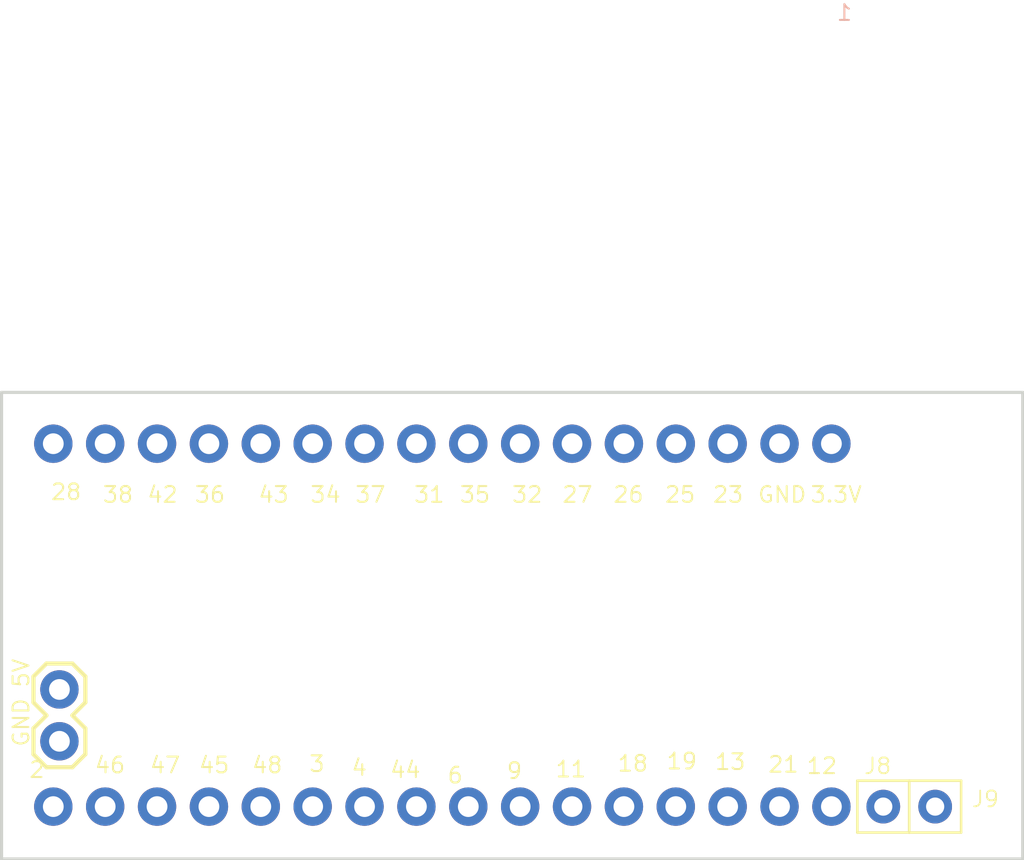
<source format=kicad_pcb>
(kicad_pcb (version 20171130) (host pcbnew 5.1.5-52549c5~84~ubuntu18.04.1)

  (general
    (thickness 1.6)
    (drawings 39)
    (tracks 0)
    (zones 0)
    (modules 5)
    (nets 1)
  )

  (page A4)
  (layers
    (0 F.Cu signal)
    (31 B.Cu signal)
    (34 B.Paste user)
    (35 F.Paste user)
    (36 B.SilkS user)
    (37 F.SilkS user)
    (38 B.Mask user)
    (39 F.Mask user)
    (41 Cmts.User user)
    (44 Edge.Cuts user)
    (45 Margin user)
    (46 B.CrtYd user)
    (47 F.CrtYd user)
  )

  (setup
    (last_trace_width 0.1524)
    (trace_clearance 0.1524)
    (zone_clearance 0.508)
    (zone_45_only no)
    (trace_min 0.1524)
    (via_size 0.6858)
    (via_drill 0.3302)
    (via_min_size 0.6858)
    (via_min_drill 0.3302)
    (uvia_size 0.6858)
    (uvia_drill 0.3302)
    (uvias_allowed no)
    (uvia_min_size 0)
    (uvia_min_drill 0)
    (edge_width 0.05)
    (segment_width 0.2)
    (pcb_text_width 0.3)
    (pcb_text_size 1.5 1.5)
    (mod_edge_width 0.12)
    (mod_text_size 1 1)
    (mod_text_width 0.15)
    (pad_size 1.524 1.524)
    (pad_drill 0.762)
    (pad_to_mask_clearance 0.0508)
    (aux_axis_origin 0 0)
    (visible_elements FFFFFF7F)
    (pcbplotparams
      (layerselection 0x010fc_ffffffff)
      (usegerberextensions false)
      (usegerberattributes false)
      (usegerberadvancedattributes false)
      (creategerberjobfile false)
      (excludeedgelayer true)
      (linewidth 0.100000)
      (plotframeref false)
      (viasonmask false)
      (mode 1)
      (useauxorigin false)
      (hpglpennumber 1)
      (hpglpenspeed 20)
      (hpglpendiameter 15.000000)
      (psnegative false)
      (psa4output false)
      (plotreference true)
      (plotvalue true)
      (plotinvisibletext false)
      (padsonsilk false)
      (subtractmaskfromsilk false)
      (outputformat 1)
      (mirror false)
      (drillshape 1)
      (scaleselection 1)
      (outputdirectory ""))
  )

  (net 0 "")

  (net_class Default "This is the default net class."
    (clearance 0.1524)
    (trace_width 0.1524)
    (via_dia 0.6858)
    (via_drill 0.3302)
    (uvia_dia 0.6858)
    (uvia_drill 0.3302)
    (diff_pair_width 0.1524)
    (diff_pair_gap 0.1524)
  )

  (module upduino_v2.1_release:1P-65_35MIL (layer F.Cu) (tedit 0) (tstamp 5DEDCB00)
    (at 168.9033 151.1046)
    (path /5DEDB88B/6CD7438B)
    (fp_text reference J9 (at 1.745 0.083882) (layer F.SilkS)
      (effects (font (size 0.77216 0.77216) (thickness 0.084937)) (justify left bottom))
    )
    (fp_text value 1p-2.54 (at -1.905 2.54) (layer F.Fab)
      (effects (font (size 0.84455 0.84455) (thickness 0.0929)) (justify left bottom))
    )
    (fp_line (start -1.27 -1.27) (end 1.27 -1.27) (layer F.SilkS) (width 0.127))
    (fp_line (start 1.27 -1.27) (end 1.27 1.27) (layer F.SilkS) (width 0.127))
    (fp_line (start 1.27 1.27) (end -1.27 1.27) (layer F.SilkS) (width 0.127))
    (fp_line (start -1.27 1.27) (end -1.27 -1.27) (layer F.SilkS) (width 0.127))
    (fp_poly (pts (xy -1.27 1.27) (xy 1.27 1.27) (xy 1.27 -1.27) (xy -1.27 -1.27)) (layer Dwgs.User) (width 0))
    (pad 1 thru_hole circle (at 0 0) (size 1.651 1.651) (drill 0.889) (layers *.Cu *.Mask)
      (solder_mask_margin 0.0508))
  )

  (module upduino_v2.1_release:1P-65_35MIL (layer F.Cu) (tedit 0) (tstamp 5DEDCAF7)
    (at 166.3633 151.1046)
    (path /5DEDB88B/69FAD939)
    (fp_text reference J8 (at -0.989141 -1.535796) (layer F.SilkS)
      (effects (font (size 0.77216 0.77216) (thickness 0.084937)) (justify left bottom))
    )
    (fp_text value 1p-2.54 (at -1.905 2.54) (layer F.Fab)
      (effects (font (size 0.84455 0.84455) (thickness 0.0929)) (justify left bottom))
    )
    (fp_line (start -1.27 -1.27) (end 1.27 -1.27) (layer F.SilkS) (width 0.127))
    (fp_line (start 1.27 -1.27) (end 1.27 1.27) (layer F.SilkS) (width 0.127))
    (fp_line (start 1.27 1.27) (end -1.27 1.27) (layer F.SilkS) (width 0.127))
    (fp_line (start -1.27 1.27) (end -1.27 -1.27) (layer F.SilkS) (width 0.127))
    (fp_poly (pts (xy -1.27 1.27) (xy 1.27 1.27) (xy 1.27 -1.27) (xy -1.27 -1.27)) (layer Dwgs.User) (width 0))
    (pad 1 thru_hole circle (at 0 0) (size 1.651 1.651) (drill 0.889) (layers *.Cu *.Mask)
      (solder_mask_margin 0.0508))
  )

  (module upduino_v2.1_release:1X02 (layer F.Cu) (tedit 0) (tstamp 5DEDCAE2)
    (at 126.0233 147.9046 90)
    (path /5DEDB88B/86034E9C)
    (fp_text reference J6 (at -1.3462 -1.8288 90) (layer F.SilkS) hide
      (effects (font (size 1.2065 1.2065) (thickness 0.127)) (justify left bottom))
    )
    (fp_text value 77311-801-02LF (at -1.27 3.175 90) (layer F.Fab)
      (effects (font (size 1.2065 1.2065) (thickness 0.09652)) (justify left bottom))
    )
    (fp_line (start -0.635 -1.27) (end 0.635 -1.27) (layer F.SilkS) (width 0.2032))
    (fp_line (start 0.635 -1.27) (end 1.27 -0.635) (layer F.SilkS) (width 0.2032))
    (fp_line (start 1.27 0.635) (end 0.635 1.27) (layer F.SilkS) (width 0.2032))
    (fp_line (start 1.27 -0.635) (end 1.905 -1.27) (layer F.SilkS) (width 0.2032))
    (fp_line (start 1.905 -1.27) (end 3.175 -1.27) (layer F.SilkS) (width 0.2032))
    (fp_line (start 3.175 -1.27) (end 3.81 -0.635) (layer F.SilkS) (width 0.2032))
    (fp_line (start 3.81 0.635) (end 3.175 1.27) (layer F.SilkS) (width 0.2032))
    (fp_line (start 3.175 1.27) (end 1.905 1.27) (layer F.SilkS) (width 0.2032))
    (fp_line (start 1.905 1.27) (end 1.27 0.635) (layer F.SilkS) (width 0.2032))
    (fp_line (start -1.27 -0.635) (end -1.27 0.635) (layer F.SilkS) (width 0.2032))
    (fp_line (start -0.635 -1.27) (end -1.27 -0.635) (layer F.SilkS) (width 0.2032))
    (fp_line (start -1.27 0.635) (end -0.635 1.27) (layer F.SilkS) (width 0.2032))
    (fp_line (start 0.635 1.27) (end -0.635 1.27) (layer F.SilkS) (width 0.2032))
    (fp_line (start 3.81 -0.635) (end 3.81 0.635) (layer F.SilkS) (width 0.2032))
    (fp_poly (pts (xy 2.286 0.254) (xy 2.794 0.254) (xy 2.794 -0.254) (xy 2.286 -0.254)) (layer F.Fab) (width 0))
    (fp_poly (pts (xy -0.254 0.254) (xy 0.254 0.254) (xy 0.254 -0.254) (xy -0.254 -0.254)) (layer F.Fab) (width 0))
    (pad 1 thru_hole circle (at 0 0 180) (size 1.8796 1.8796) (drill 1.016) (layers *.Cu *.Mask)
      (solder_mask_margin 0.0508))
    (pad 2 thru_hole circle (at 2.54 0 180) (size 1.8796 1.8796) (drill 1.016) (layers *.Cu *.Mask)
      (solder_mask_margin 0.0508))
  )

  (module upduino_v2.1_release:1X16_NO_SILK (layer F.Cu) (tedit 0) (tstamp 5DEDCABF)
    (at 163.8233 151.1046 180)
    (path /5DEDB88B/7F37E81D)
    (fp_text reference JP6 (at -1.3462 -1.8288 180) (layer F.SilkS) hide
      (effects (font (size 1.2065 1.2065) (thickness 0.127)) (justify right top))
    )
    (fp_text value M161X16_NO_SILK (at -1.27 3.175) (layer F.Fab)
      (effects (font (size 1.2065 1.2065) (thickness 0.09652)) (justify left bottom))
    )
    (fp_poly (pts (xy 14.986 0.254) (xy 15.494 0.254) (xy 15.494 -0.254) (xy 14.986 -0.254)) (layer F.Fab) (width 0))
    (fp_poly (pts (xy 12.446 0.254) (xy 12.954 0.254) (xy 12.954 -0.254) (xy 12.446 -0.254)) (layer F.Fab) (width 0))
    (fp_poly (pts (xy 9.906 0.254) (xy 10.414 0.254) (xy 10.414 -0.254) (xy 9.906 -0.254)) (layer F.Fab) (width 0))
    (fp_poly (pts (xy 7.366 0.254) (xy 7.874 0.254) (xy 7.874 -0.254) (xy 7.366 -0.254)) (layer F.Fab) (width 0))
    (fp_poly (pts (xy 4.826 0.254) (xy 5.334 0.254) (xy 5.334 -0.254) (xy 4.826 -0.254)) (layer F.Fab) (width 0))
    (fp_poly (pts (xy 2.286 0.254) (xy 2.794 0.254) (xy 2.794 -0.254) (xy 2.286 -0.254)) (layer F.Fab) (width 0))
    (fp_poly (pts (xy -0.254 0.254) (xy 0.254 0.254) (xy 0.254 -0.254) (xy -0.254 -0.254)) (layer F.Fab) (width 0))
    (fp_poly (pts (xy 32.766 0.254) (xy 33.274 0.254) (xy 33.274 -0.254) (xy 32.766 -0.254)) (layer F.Fab) (width 0))
    (fp_poly (pts (xy 30.226 0.254) (xy 30.734 0.254) (xy 30.734 -0.254) (xy 30.226 -0.254)) (layer F.Fab) (width 0))
    (fp_poly (pts (xy 27.686 0.254) (xy 28.194 0.254) (xy 28.194 -0.254) (xy 27.686 -0.254)) (layer F.Fab) (width 0))
    (fp_poly (pts (xy 25.146 0.254) (xy 25.654 0.254) (xy 25.654 -0.254) (xy 25.146 -0.254)) (layer F.Fab) (width 0))
    (fp_poly (pts (xy 22.606 0.254) (xy 23.114 0.254) (xy 23.114 -0.254) (xy 22.606 -0.254)) (layer F.Fab) (width 0))
    (fp_poly (pts (xy 20.066 0.254) (xy 20.574 0.254) (xy 20.574 -0.254) (xy 20.066 -0.254)) (layer F.Fab) (width 0))
    (fp_poly (pts (xy 17.526 0.254) (xy 18.034 0.254) (xy 18.034 -0.254) (xy 17.526 -0.254)) (layer F.Fab) (width 0))
    (fp_poly (pts (xy 35.306 0.254) (xy 35.814 0.254) (xy 35.814 -0.254) (xy 35.306 -0.254)) (layer F.Fab) (width 0))
    (fp_poly (pts (xy 37.846 0.254) (xy 38.354 0.254) (xy 38.354 -0.254) (xy 37.846 -0.254)) (layer F.Fab) (width 0))
    (pad 1 thru_hole circle (at 0 0 270) (size 1.8796 1.8796) (drill 1.016) (layers *.Cu *.Mask)
      (solder_mask_margin 0.0508))
    (pad 2 thru_hole circle (at 2.54 0 270) (size 1.8796 1.8796) (drill 1.016) (layers *.Cu *.Mask)
      (solder_mask_margin 0.0508))
    (pad 3 thru_hole circle (at 5.08 0 270) (size 1.8796 1.8796) (drill 1.016) (layers *.Cu *.Mask)
      (solder_mask_margin 0.0508))
    (pad 4 thru_hole circle (at 7.62 0 270) (size 1.8796 1.8796) (drill 1.016) (layers *.Cu *.Mask)
      (solder_mask_margin 0.0508))
    (pad 5 thru_hole circle (at 10.16 0 270) (size 1.8796 1.8796) (drill 1.016) (layers *.Cu *.Mask)
      (solder_mask_margin 0.0508))
    (pad 6 thru_hole circle (at 12.7 0 270) (size 1.8796 1.8796) (drill 1.016) (layers *.Cu *.Mask)
      (solder_mask_margin 0.0508))
    (pad 7 thru_hole circle (at 15.24 0 270) (size 1.8796 1.8796) (drill 1.016) (layers *.Cu *.Mask)
      (solder_mask_margin 0.0508))
    (pad 8 thru_hole circle (at 17.78 0 270) (size 1.8796 1.8796) (drill 1.016) (layers *.Cu *.Mask)
      (solder_mask_margin 0.0508))
    (pad 9 thru_hole circle (at 20.32 0 270) (size 1.8796 1.8796) (drill 1.016) (layers *.Cu *.Mask)
      (solder_mask_margin 0.0508))
    (pad 10 thru_hole circle (at 22.86 0 270) (size 1.8796 1.8796) (drill 1.016) (layers *.Cu *.Mask)
      (solder_mask_margin 0.0508))
    (pad 11 thru_hole circle (at 25.4 0 270) (size 1.8796 1.8796) (drill 1.016) (layers *.Cu *.Mask)
      (solder_mask_margin 0.0508))
    (pad 12 thru_hole circle (at 27.94 0 270) (size 1.8796 1.8796) (drill 1.016) (layers *.Cu *.Mask)
      (solder_mask_margin 0.0508))
    (pad 13 thru_hole circle (at 30.48 0 270) (size 1.8796 1.8796) (drill 1.016) (layers *.Cu *.Mask)
      (solder_mask_margin 0.0508))
    (pad 14 thru_hole circle (at 33.02 0 270) (size 1.8796 1.8796) (drill 1.016) (layers *.Cu *.Mask)
      (solder_mask_margin 0.0508))
    (pad 15 thru_hole circle (at 35.56 0 270) (size 1.8796 1.8796) (drill 1.016) (layers *.Cu *.Mask)
      (solder_mask_margin 0.0508))
    (pad 16 thru_hole circle (at 38.1 0 270) (size 1.8796 1.8796) (drill 1.016) (layers *.Cu *.Mask)
      (solder_mask_margin 0.0508))
  )

  (module upduino_v2.1_release:1X16_NO_SILK (layer F.Cu) (tedit 0) (tstamp 5DEDCA9C)
    (at 163.8233 133.3246 180)
    (path /5DEDB88B/6716FC81)
    (fp_text reference JP5 (at -1.3462 -1.8288 180) (layer F.SilkS) hide
      (effects (font (size 1.2065 1.2065) (thickness 0.127)) (justify right top))
    )
    (fp_text value M161X16_NO_SILK (at -1.27 3.175 180) (layer F.Fab) hide
      (effects (font (size 1.2065 1.2065) (thickness 0.1016)) (justify right top))
    )
    (fp_poly (pts (xy 14.986 0.254) (xy 15.494 0.254) (xy 15.494 -0.254) (xy 14.986 -0.254)) (layer F.Fab) (width 0))
    (fp_poly (pts (xy 12.446 0.254) (xy 12.954 0.254) (xy 12.954 -0.254) (xy 12.446 -0.254)) (layer F.Fab) (width 0))
    (fp_poly (pts (xy 9.906 0.254) (xy 10.414 0.254) (xy 10.414 -0.254) (xy 9.906 -0.254)) (layer F.Fab) (width 0))
    (fp_poly (pts (xy 7.366 0.254) (xy 7.874 0.254) (xy 7.874 -0.254) (xy 7.366 -0.254)) (layer F.Fab) (width 0))
    (fp_poly (pts (xy 4.826 0.254) (xy 5.334 0.254) (xy 5.334 -0.254) (xy 4.826 -0.254)) (layer F.Fab) (width 0))
    (fp_poly (pts (xy 2.286 0.254) (xy 2.794 0.254) (xy 2.794 -0.254) (xy 2.286 -0.254)) (layer F.Fab) (width 0))
    (fp_poly (pts (xy -0.254 0.254) (xy 0.254 0.254) (xy 0.254 -0.254) (xy -0.254 -0.254)) (layer F.Fab) (width 0))
    (fp_poly (pts (xy 32.766 0.254) (xy 33.274 0.254) (xy 33.274 -0.254) (xy 32.766 -0.254)) (layer F.Fab) (width 0))
    (fp_poly (pts (xy 30.226 0.254) (xy 30.734 0.254) (xy 30.734 -0.254) (xy 30.226 -0.254)) (layer F.Fab) (width 0))
    (fp_poly (pts (xy 27.686 0.254) (xy 28.194 0.254) (xy 28.194 -0.254) (xy 27.686 -0.254)) (layer F.Fab) (width 0))
    (fp_poly (pts (xy 25.146 0.254) (xy 25.654 0.254) (xy 25.654 -0.254) (xy 25.146 -0.254)) (layer F.Fab) (width 0))
    (fp_poly (pts (xy 22.606 0.254) (xy 23.114 0.254) (xy 23.114 -0.254) (xy 22.606 -0.254)) (layer F.Fab) (width 0))
    (fp_poly (pts (xy 20.066 0.254) (xy 20.574 0.254) (xy 20.574 -0.254) (xy 20.066 -0.254)) (layer F.Fab) (width 0))
    (fp_poly (pts (xy 17.526 0.254) (xy 18.034 0.254) (xy 18.034 -0.254) (xy 17.526 -0.254)) (layer F.Fab) (width 0))
    (fp_poly (pts (xy 35.306 0.254) (xy 35.814 0.254) (xy 35.814 -0.254) (xy 35.306 -0.254)) (layer F.Fab) (width 0))
    (fp_poly (pts (xy 37.846 0.254) (xy 38.354 0.254) (xy 38.354 -0.254) (xy 37.846 -0.254)) (layer F.Fab) (width 0))
    (pad 1 thru_hole circle (at 0 0 270) (size 1.8796 1.8796) (drill 1.016) (layers *.Cu *.Mask)
      (solder_mask_margin 0.0508))
    (pad 2 thru_hole circle (at 2.54 0 270) (size 1.8796 1.8796) (drill 1.016) (layers *.Cu *.Mask)
      (solder_mask_margin 0.0508))
    (pad 3 thru_hole circle (at 5.08 0 270) (size 1.8796 1.8796) (drill 1.016) (layers *.Cu *.Mask)
      (solder_mask_margin 0.0508))
    (pad 4 thru_hole circle (at 7.62 0 270) (size 1.8796 1.8796) (drill 1.016) (layers *.Cu *.Mask)
      (solder_mask_margin 0.0508))
    (pad 5 thru_hole circle (at 10.16 0 270) (size 1.8796 1.8796) (drill 1.016) (layers *.Cu *.Mask)
      (solder_mask_margin 0.0508))
    (pad 6 thru_hole circle (at 12.7 0 270) (size 1.8796 1.8796) (drill 1.016) (layers *.Cu *.Mask)
      (solder_mask_margin 0.0508))
    (pad 7 thru_hole circle (at 15.24 0 270) (size 1.8796 1.8796) (drill 1.016) (layers *.Cu *.Mask)
      (solder_mask_margin 0.0508))
    (pad 8 thru_hole circle (at 17.78 0 270) (size 1.8796 1.8796) (drill 1.016) (layers *.Cu *.Mask)
      (solder_mask_margin 0.0508))
    (pad 9 thru_hole circle (at 20.32 0 270) (size 1.8796 1.8796) (drill 1.016) (layers *.Cu *.Mask)
      (solder_mask_margin 0.0508))
    (pad 10 thru_hole circle (at 22.86 0 270) (size 1.8796 1.8796) (drill 1.016) (layers *.Cu *.Mask)
      (solder_mask_margin 0.0508))
    (pad 11 thru_hole circle (at 25.4 0 270) (size 1.8796 1.8796) (drill 1.016) (layers *.Cu *.Mask)
      (solder_mask_margin 0.0508))
    (pad 12 thru_hole circle (at 27.94 0 270) (size 1.8796 1.8796) (drill 1.016) (layers *.Cu *.Mask)
      (solder_mask_margin 0.0508))
    (pad 13 thru_hole circle (at 30.48 0 270) (size 1.8796 1.8796) (drill 1.016) (layers *.Cu *.Mask)
      (solder_mask_margin 0.0508))
    (pad 14 thru_hole circle (at 33.02 0 270) (size 1.8796 1.8796) (drill 1.016) (layers *.Cu *.Mask)
      (solder_mask_margin 0.0508))
    (pad 15 thru_hole circle (at 35.56 0 270) (size 1.8796 1.8796) (drill 1.016) (layers *.Cu *.Mask)
      (solder_mask_margin 0.0508))
    (pad 16 thru_hole circle (at 38.1 0 270) (size 1.8796 1.8796) (drill 1.016) (layers *.Cu *.Mask)
      (solder_mask_margin 0.0508))
  )

  (gr_line (start 173.19 153.67) (end 173.19 130.81) (layer Edge.Cuts) (width 0.1524) (tstamp 5DEDD121))
  (gr_line (start 123.19 130.81) (end 123.19 153.67) (layer Edge.Cuts) (width 0.1524) (tstamp 5DEDD120))
  (gr_line (start 173.19 130.81) (end 123.19 130.81) (layer Edge.Cuts) (width 0.1524) (tstamp 5DEDD11F))
  (gr_line (start 123.19 153.67) (end 173.19 153.67) (layer Edge.Cuts) (width 0.1524) (tstamp 5DEDD11E))
  (gr_text GND (at 124.6011 148.2236 90) (layer F.SilkS) (tstamp 5DEDD0AC)
    (effects (font (size 0.77216 0.77216) (thickness 0.097536)) (justify left bottom))
  )
  (gr_text 5V (at 124.6011 145.3236 90) (layer F.SilkS) (tstamp 5DEDD0AB)
    (effects (font (size 0.77216 0.77216) (thickness 0.097536)) (justify left bottom))
  )
  (gr_text 12 (at 162.56 149.5636) (layer F.SilkS) (tstamp 5DEDD0AA)
    (effects (font (size 0.77216 0.77216) (thickness 0.097536)) (justify left bottom))
  )
  (gr_text 21 (at 160.6711 149.4936) (layer F.SilkS) (tstamp 5DEDD0A9)
    (effects (font (size 0.77216 0.77216) (thickness 0.097536)) (justify left bottom))
  )
  (gr_text 13 (at 158.0711 149.3636) (layer F.SilkS) (tstamp 5DEDD0A8)
    (effects (font (size 0.77216 0.77216) (thickness 0.097536)) (justify left bottom))
  )
  (gr_text 19 (at 155.7011 149.3336) (layer F.SilkS) (tstamp 5DEDD0A7)
    (effects (font (size 0.77216 0.77216) (thickness 0.097536)) (justify left bottom))
  )
  (gr_text 18 (at 153.3011 149.4436) (layer F.SilkS) (tstamp 5DEDD0A6)
    (effects (font (size 0.77216 0.77216) (thickness 0.097536)) (justify left bottom))
  )
  (gr_text 11 (at 150.266178 149.725982) (layer F.SilkS) (tstamp 5DEDD0A5)
    (effects (font (size 0.77216 0.77216) (thickness 0.097536)) (justify left bottom))
  )
  (gr_text 44 (at 142.1611 149.7536) (layer F.SilkS) (tstamp 5DEDD0A4)
    (effects (font (size 0.77216 0.77216) (thickness 0.097536)) (justify left bottom))
  )
  (gr_text 9 (at 147.8711 149.8036) (layer F.SilkS) (tstamp 5DEDD0A3)
    (effects (font (size 0.77216 0.77216) (thickness 0.097536)) (justify left bottom))
  )
  (gr_text 6 (at 144.9711 150.0236) (layer F.SilkS) (tstamp 5DEDD0A2)
    (effects (font (size 0.77216 0.77216) (thickness 0.097536)) (justify left bottom))
  )
  (gr_text 4 (at 140.2711 149.6436) (layer F.SilkS) (tstamp 5DEDD0A1)
    (effects (font (size 0.77216 0.77216) (thickness 0.097536)) (justify left bottom))
  )
  (gr_text 3 (at 138.2011 149.4636) (layer F.SilkS) (tstamp 5DEDD0A0)
    (effects (font (size 0.77216 0.77216) (thickness 0.097536)) (justify left bottom))
  )
  (gr_text 48 (at 135.4011 149.5236) (layer F.SilkS) (tstamp 5DEDD09F)
    (effects (font (size 0.77216 0.77216) (thickness 0.097536)) (justify left bottom))
  )
  (gr_text 45 (at 132.8011 149.5236) (layer F.SilkS) (tstamp 5DEDD09E)
    (effects (font (size 0.77216 0.77216) (thickness 0.097536)) (justify left bottom))
  )
  (gr_text 46 (at 127.7011 149.5236) (layer F.SilkS) (tstamp 5DEDD09D)
    (effects (font (size 0.77216 0.77216) (thickness 0.097536)) (justify left bottom))
  )
  (gr_text 47 (at 130.4011 149.5236) (layer F.SilkS) (tstamp 5DEDD09C)
    (effects (font (size 0.77216 0.77216) (thickness 0.097536)) (justify left bottom))
  )
  (gr_text 2 (at 124.4911 149.7536) (layer F.SilkS) (tstamp 5DEDD09B)
    (effects (font (size 0.77216 0.77216) (thickness 0.097536)) (justify left bottom))
  )
  (gr_text 3.3V (at 162.747081 136.271) (layer F.SilkS) (tstamp 5DEDCBAC)
    (effects (font (size 0.77216 0.77216) (thickness 0.097536)) (justify left bottom))
  )
  (gr_text 28 (at 125.5522 136.143482) (layer F.SilkS) (tstamp 5DEDCBAB)
    (effects (font (size 0.77216 0.77216) (thickness 0.097536)) (justify left bottom))
  )
  (gr_text 38 (at 128.0922 136.271) (layer F.SilkS) (tstamp 5DEDCBAA)
    (effects (font (size 0.77216 0.77216) (thickness 0.097536)) (justify left bottom))
  )
  (gr_text 42 (at 130.2731 136.271) (layer F.SilkS) (tstamp 5DEDCBA9)
    (effects (font (size 0.77216 0.77216) (thickness 0.097536)) (justify left bottom))
  )
  (gr_text 36 (at 132.595581 136.271) (layer F.SilkS) (tstamp 5DEDCBA8)
    (effects (font (size 0.77216 0.77216) (thickness 0.097536)) (justify left bottom))
  )
  (gr_text 43 (at 135.7122 136.271) (layer F.SilkS) (tstamp 5DEDCBA7)
    (effects (font (size 0.77216 0.77216) (thickness 0.097536)) (justify left bottom))
  )
  (gr_text 34 (at 138.2522 136.271) (layer F.SilkS) (tstamp 5DEDCBA6)
    (effects (font (size 0.77216 0.77216) (thickness 0.097536)) (justify left bottom))
  )
  (gr_text 37 (at 140.451881 136.271) (layer F.SilkS) (tstamp 5DEDCBA5)
    (effects (font (size 0.77216 0.77216) (thickness 0.097536)) (justify left bottom))
  )
  (gr_text 31 (at 143.3322 136.271) (layer F.SilkS) (tstamp 5DEDCBA4)
    (effects (font (size 0.77216 0.77216) (thickness 0.097536)) (justify left bottom))
  )
  (gr_text 35 (at 145.573937 136.271) (layer F.SilkS) (tstamp 5DEDCBA3)
    (effects (font (size 0.77216 0.77216) (thickness 0.097536)) (justify left bottom))
  )
  (gr_text 32 (at 148.129437 136.271) (layer F.SilkS) (tstamp 5DEDCBA2)
    (effects (font (size 0.77216 0.77216) (thickness 0.097536)) (justify left bottom))
  )
  (gr_text 27 (at 150.588559 136.271) (layer F.SilkS) (tstamp 5DEDCBA1)
    (effects (font (size 0.77216 0.77216) (thickness 0.097536)) (justify left bottom))
  )
  (gr_text 26 (at 153.08694 136.271) (layer F.SilkS) (tstamp 5DEDCBA0)
    (effects (font (size 0.77216 0.77216) (thickness 0.097536)) (justify left bottom))
  )
  (gr_text 25 (at 155.615359 136.271) (layer F.SilkS) (tstamp 5DEDCB9F)
    (effects (font (size 0.77216 0.77216) (thickness 0.097536)) (justify left bottom))
  )
  (gr_text 23 (at 157.9655 136.271) (layer F.SilkS) (tstamp 5DEDCB9E)
    (effects (font (size 0.77216 0.77216) (thickness 0.097536)) (justify left bottom))
  )
  (gr_text GND (at 160.173278 136.271) (layer F.SilkS) (tstamp 5DEDCB9D)
    (effects (font (size 0.77216 0.77216) (thickness 0.097536)) (justify left bottom))
  )
  (gr_text 1 (at 164.458721 112.209322) (layer B.SilkS) (tstamp 6433ABE0)
    (effects (font (size 0.77216 0.77216) (thickness 0.097536)) (justify mirror))
  )

)

</source>
